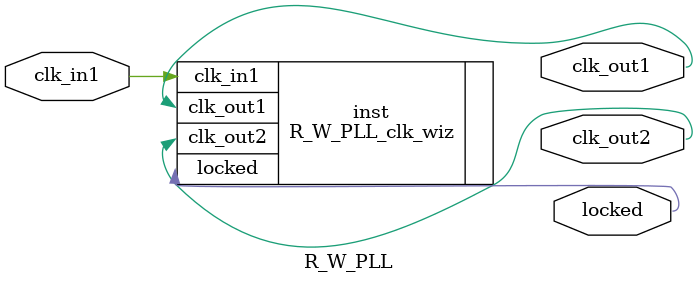
<source format=v>


`timescale 1ps/1ps

(* CORE_GENERATION_INFO = "R_W_PLL,clk_wiz_v6_0_2_0_0,{component_name=R_W_PLL,use_phase_alignment=true,use_min_o_jitter=false,use_max_i_jitter=false,use_dyn_phase_shift=false,use_inclk_switchover=false,use_dyn_reconfig=false,enable_axi=0,feedback_source=FDBK_AUTO,PRIMITIVE=MMCM,num_out_clk=2,clkin1_period=50.000,clkin2_period=10.0,use_power_down=false,use_reset=false,use_locked=true,use_inclk_stopped=false,feedback_type=SINGLE,CLOCK_MGR_TYPE=NA,manual_override=false}" *)

module R_W_PLL 
 (
  // Clock out ports
  output        clk_out1,
  output        clk_out2,
  // Status and control signals
  output        locked,
 // Clock in ports
  input         clk_in1
 );

  R_W_PLL_clk_wiz inst
  (
  // Clock out ports  
  .clk_out1(clk_out1),
  .clk_out2(clk_out2),
  // Status and control signals               
  .locked(locked),
 // Clock in ports
  .clk_in1(clk_in1)
  );

endmodule

</source>
